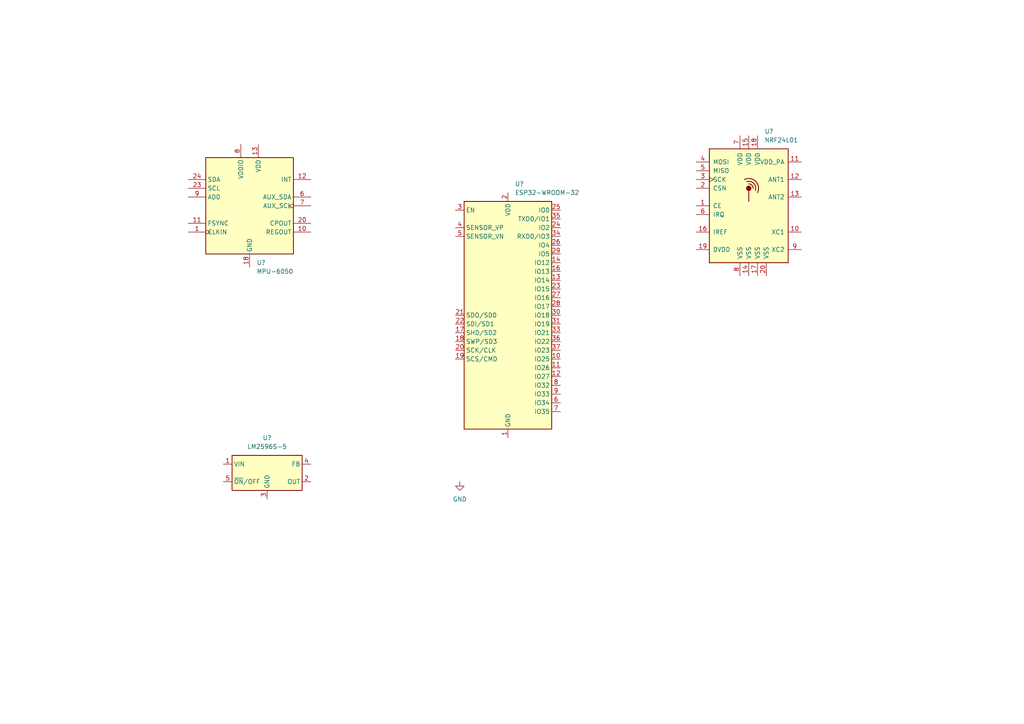
<source format=kicad_sch>
(kicad_sch (version 20211123) (generator eeschema)
  (paper "A4")
  (lib_symbols
    (symbol "RF:NRF24L01" (pin_names (offset 1.016))
      (property "Reference" "U" (at -11.43 17.78 0))
      (property "Value" "NRF24L01" (at 5.08 17.78 0))
      (symbol "NRF24L01_0_1"
        (rectangle (start -11.43 16.51) (end 11.43 -16.51) (stroke (width 0.254)) (fill (type background)))
        (polyline (pts (xy 0 4.445) (xy 0 1.27)) (stroke (width 0.254)))
        (circle (center 0 5.08) (radius 0.635) (stroke (width 0.254)) (fill (type outline)))
        (arc (start 1.27 5.08) (mid 0.9071 5.9946) (end 0 6.35) (stroke (width 0.254)))
        (arc (start 1.905 4.445) (mid 1.4313 6.5254) (end -0.635 6.985) (stroke (width 0.254)))
        (arc (start 2.54 3.81) (mid 2.008 7.088) (end -1.27 7.62) (stroke (width 0.254)))
        (rectangle (start 11.43 -13.97) (end 11.43 -13.97))
      )
      (symbol "NRF24L01_1_1"
        (pin input line (at -15.24 0 0) (length 3.81) (name "CE") (number "1"))
        (pin passive line (at 15.24 -7.62 180) (length 3.81) (name "XC1") (number "10"))
        (pin power_out line (at 15.24 12.7 180) (length 3.81) (name "VDD_PA") (number "11"))
        (pin passive line (at 15.24 7.62 180) (length 3.81) (name "ANT1") (number "12"))
        (pin passive line (at 15.24 2.54 180) (length 3.81) (name "ANT2") (number "13"))
        (pin power_in line (at 0 -20.32 90) (length 3.81) (name "VSS") (number "14"))
        (pin power_in line (at 0 20.32 270) (length 3.81) (name "VDD") (number "15"))
        (pin passive line (at -15.24 -7.62 0) (length 3.81) (name "IREF") (number "16"))
        (pin power_in line (at 2.54 -20.32 90) (length 3.81) (name "VSS") (number "17"))
        (pin power_in line (at 2.54 20.32 270) (length 3.81) (name "VDD") (number "18"))
        (pin power_out line (at -15.24 -12.7 0) (length 3.81) (name "DVDD") (number "19"))
        (pin input line (at -15.24 5.08 0) (length 3.81) (name "CSN") (number "2"))
        (pin power_in line (at 5.08 -20.32 90) (length 3.81) (name "VSS") (number "20"))
        (pin input clock (at -15.24 7.62 0) (length 3.81) (name "SCK") (number "3"))
        (pin input line (at -15.24 12.7 0) (length 3.81) (name "MOSI") (number "4"))
        (pin output line (at -15.24 10.16 0) (length 3.81) (name "MISO") (number "5"))
        (pin output line (at -15.24 -2.54 0) (length 3.81) (name "IRQ") (number "6"))
        (pin power_in line (at -2.54 20.32 270) (length 3.81) (name "VDD") (number "7"))
        (pin power_in line (at -2.54 -20.32 90) (length 3.81) (name "VSS") (number "8"))
        (pin passive line (at 15.24 -12.7 180) (length 3.81) (name "XC2") (number "9"))
      )
    )
    (symbol "RF_Module:ESP32-WROOM-32"
      (property "Reference" "U" (at -12.7 34.29 0))
      (property "Value" "ESP32-WROOM-32" (at 1.27 34.29 0))
      (symbol "ESP32-WROOM-32_0_1"
        (rectangle (start -12.7 33.02) (end 12.7 -33.02) (stroke (width 0.254)) (fill (type background)))
      )
      (symbol "ESP32-WROOM-32_1_1"
        (pin power_in line (at 0 -35.56 90) (length 2.54) (name "GND") (number "1"))
        (pin bidirectional line (at 15.24 -12.7 180) (length 2.54) (name "IO25") (number "10"))
        (pin bidirectional line (at 15.24 -15.24 180) (length 2.54) (name "IO26") (number "11"))
        (pin bidirectional line (at 15.24 -17.78 180) (length 2.54) (name "IO27") (number "12"))
        (pin bidirectional line (at 15.24 10.16 180) (length 2.54) (name "IO14") (number "13"))
        (pin bidirectional line (at 15.24 15.24 180) (length 2.54) (name "IO12") (number "14"))
        (pin passive line (at 0 -35.56 90) (length 2.54) hide (name "GND") (number "15"))
        (pin bidirectional line (at 15.24 12.7 180) (length 2.54) (name "IO13") (number "16"))
        (pin bidirectional line (at -15.24 -5.08 0) (length 2.54) (name "SHD/SD2") (number "17"))
        (pin bidirectional line (at -15.24 -7.62 0) (length 2.54) (name "SWP/SD3") (number "18"))
        (pin bidirectional line (at -15.24 -12.7 0) (length 2.54) (name "SCS/CMD") (number "19"))
        (pin power_in line (at 0 35.56 270) (length 2.54) (name "VDD") (number "2"))
        (pin bidirectional line (at -15.24 -10.16 0) (length 2.54) (name "SCK/CLK") (number "20"))
        (pin bidirectional line (at -15.24 0 0) (length 2.54) (name "SDO/SD0") (number "21"))
        (pin bidirectional line (at -15.24 -2.54 0) (length 2.54) (name "SDI/SD1") (number "22"))
        (pin bidirectional line (at 15.24 7.62 180) (length 2.54) (name "IO15") (number "23"))
        (pin bidirectional line (at 15.24 25.4 180) (length 2.54) (name "IO2") (number "24"))
        (pin bidirectional line (at 15.24 30.48 180) (length 2.54) (name "IO0") (number "25"))
        (pin bidirectional line (at 15.24 20.32 180) (length 2.54) (name "IO4") (number "26"))
        (pin bidirectional line (at 15.24 5.08 180) (length 2.54) (name "IO16") (number "27"))
        (pin bidirectional line (at 15.24 2.54 180) (length 2.54) (name "IO17") (number "28"))
        (pin bidirectional line (at 15.24 17.78 180) (length 2.54) (name "IO5") (number "29"))
        (pin input line (at -15.24 30.48 0) (length 2.54) (name "EN") (number "3"))
        (pin bidirectional line (at 15.24 0 180) (length 2.54) (name "IO18") (number "30"))
        (pin bidirectional line (at 15.24 -2.54 180) (length 2.54) (name "IO19") (number "31"))
        (pin no_connect line (at -12.7 -27.94 0) (length 2.54) hide (name "NC") (number "32"))
        (pin bidirectional line (at 15.24 -5.08 180) (length 2.54) (name "IO21") (number "33"))
        (pin bidirectional line (at 15.24 22.86 180) (length 2.54) (name "RXD0/IO3") (number "34"))
        (pin bidirectional line (at 15.24 27.94 180) (length 2.54) (name "TXD0/IO1") (number "35"))
        (pin bidirectional line (at 15.24 -7.62 180) (length 2.54) (name "IO22") (number "36"))
        (pin bidirectional line (at 15.24 -10.16 180) (length 2.54) (name "IO23") (number "37"))
        (pin passive line (at 0 -35.56 90) (length 2.54) hide (name "GND") (number "38"))
        (pin passive line (at 0 -35.56 90) (length 2.54) hide (name "GND") (number "39"))
        (pin input line (at -15.24 25.4 0) (length 2.54) (name "SENSOR_VP") (number "4"))
        (pin input line (at -15.24 22.86 0) (length 2.54) (name "SENSOR_VN") (number "5"))
        (pin input line (at 15.24 -25.4 180) (length 2.54) (name "IO34") (number "6"))
        (pin input line (at 15.24 -27.94 180) (length 2.54) (name "IO35") (number "7"))
        (pin bidirectional line (at 15.24 -20.32 180) (length 2.54) (name "IO32") (number "8"))
        (pin bidirectional line (at 15.24 -22.86 180) (length 2.54) (name "IO33") (number "9"))
      )
    )
    (symbol "Regulator_Switching:LM2596S-5"
      (property "Reference" "U" (at -10.16 6.35 0))
      (property "Value" "LM2596S-5" (at 0 6.35 0))
      (symbol "LM2596S-5_0_1"
        (rectangle (start -10.16 5.08) (end 10.16 -5.08) (stroke (width 0.254)) (fill (type background)))
      )
      (symbol "LM2596S-5_1_1"
        (pin power_in line (at -12.7 2.54 0) (length 2.54) (name "VIN") (number "1"))
        (pin output line (at 12.7 -2.54 180) (length 2.54) (name "OUT") (number "2"))
        (pin power_in line (at 0 -7.62 90) (length 2.54) (name "GND") (number "3"))
        (pin input line (at 12.7 2.54 180) (length 2.54) (name "FB") (number "4"))
        (pin input line (at -12.7 -2.54 0) (length 2.54) (name "~{ON}/OFF") (number "5"))
      )
    )
    (symbol "Sensor_Motion:MPU-6050"
      (property "Reference" "U" (at -11.43 13.97 0))
      (property "Value" "MPU-6050" (at 7.62 -15.24 0))
      (symbol "MPU-6050_0_0"
        (text "" (at 12.7 -2.54 0) (effects (font (size 1.27 1.27))))
      )
      (symbol "MPU-6050_0_1"
        (rectangle (start -12.7 13.97) (end 12.7 -13.97) (stroke (width 0.254)) (fill (type background)))
      )
      (symbol "MPU-6050_1_1"
        (pin input clock (at -17.78 -7.62 0) (length 5.08) (name "CLKIN") (number "1"))
        (pin passive line (at 17.78 -7.62 180) (length 5.08) (name "REGOUT") (number "10"))
        (pin input line (at -17.78 -5.08 0) (length 5.08) (name "FSYNC") (number "11"))
        (pin output line (at 17.78 7.62 180) (length 5.08) (name "INT") (number "12"))
        (pin power_in line (at 2.54 17.78 270) (length 3.81) (name "VDD") (number "13"))
        (pin no_connect line (at -12.7 -10.16 0) (length 2.54) hide (name "NC") (number "14"))
        (pin no_connect line (at 12.7 12.7 180) (length 2.54) hide (name "NC") (number "15"))
        (pin no_connect line (at 12.7 10.16 180) (length 2.54) hide (name "NC") (number "16"))
        (pin no_connect line (at 12.7 5.08 180) (length 2.54) hide (name "NC") (number "17"))
        (pin power_in line (at 0 -17.78 90) (length 3.81) (name "GND") (number "18"))
        (pin no_connect line (at 12.7 -10.16 180) (length 2.54) hide (name "NC") (number "19"))
        (pin no_connect line (at -12.7 12.7 0) (length 2.54) hide (name "NC") (number "2"))
        (pin passive line (at 17.78 -5.08 180) (length 5.08) (name "CPOUT") (number "20"))
        (pin no_connect line (at 12.7 -2.54 180) (length 2.54) hide (name "NC") (number "21"))
        (pin no_connect line (at 12.7 -12.7 180) (length 2.54) hide (name "NC") (number "22"))
        (pin input line (at -17.78 5.08 0) (length 5.08) (name "SCL") (number "23"))
        (pin bidirectional line (at -17.78 7.62 0) (length 5.08) (name "SDA") (number "24"))
        (pin no_connect line (at -12.7 10.16 0) (length 2.54) hide (name "NC") (number "3"))
        (pin no_connect line (at -12.7 0 0) (length 2.54) hide (name "NC") (number "4"))
        (pin no_connect line (at -12.7 -2.54 0) (length 2.54) hide (name "NC") (number "5"))
        (pin bidirectional line (at 17.78 2.54 180) (length 5.08) (name "AUX_SDA") (number "6"))
        (pin output clock (at 17.78 0 180) (length 5.08) (name "AUX_SCL") (number "7"))
        (pin power_in line (at -2.54 17.78 270) (length 3.81) (name "VDDIO") (number "8"))
        (pin input line (at -17.78 2.54 0) (length 5.08) (name "AD0") (number "9"))
      )
    )
    (symbol "power:GND" (power) (pin_names (offset 0))
      (property "Value" "GND" (at 0 -3.81 0))
      (symbol "GND_0_1"
        (polyline (pts (xy 0 0) (xy 0 -1.27) (xy 1.27 -1.27) (xy 0 -2.54) (xy -1.27 -1.27) (xy 0 -1.27)))
      )
      (symbol "GND_1_1"
        (pin power_in line (at 0 0 270) (length 0) hide (name "GND") (number "1"))
      )
    )
  )
  (symbol (lib_id "RF_Module:ESP32-WROOM-32") (at 147.32 91.44 0) (unit 1)
    (property "Reference" "U?" (at 149.3394 53.34 0) (effects (justify left)))
    (property "Value" "ESP32-WROOM-32" (at 149.3394 55.88 0) (effects (justify left)))
    (property "Footprint" "RF_Module:ESP32-WROOM-32" (effects hide))
    (property "Datasheet" "https://www.espressif.com/sites/default/files/documentation/esp32-wroom-32_datasheet_en.pdf" (effects hide))
  )
  (symbol (lib_id "Regulator_Switching:LM2596S-5") (at 77.47 137.16 0) (unit 1)
    (property "Reference" "U?" (at 77.47 127 0))
    (property "Value" "LM2596S-5" (at 77.47 129.54 0))
    (property "Footprint" "Package_TO_SOT_SMD:TO-263-5_TabPin3" (effects hide))
    (property "Datasheet" "http://www.ti.com/lit/ds/symlink/lm2596.pdf" (effects hide))
  )
  (symbol (lib_id "Sensor_Motion:MPU-6050") (at 72.39 59.69 0) (unit 1)
    (property "Reference" "U?" (at 74.4094 76.2 0) (effects (justify left)))
    (property "Value" "MPU-6050" (at 74.4094 78.74 0) (effects (justify left)))
    (property "Footprint" "Sensor_Motion:InvenSense_QFN-24_4x4mm_P0.5mm" (effects hide))
    (property "Datasheet" "https://store.invensense.com/datasheets/invensense/MPU-6050_DataSheet_V3%204.pdf" (effects hide))
  )
  (symbol (lib_id "RF:NRF24L01") (at 217.17 59.69 0) (unit 1)
    (property "Reference" "U?" (at 221.7294 38.1 0) (effects (justify left)))
    (property "Value" "NRF24L01" (at 221.7294 40.64 0) (effects (justify left)))
    (property "Footprint" "Package_DFN_QFN:QFN-20-1EP_4x4mm_P0.5mm_EP2.5x2.5mm" (effects hide))
    (property "Datasheet" "http://www.nordicsemi.com/eng/content/download/2730/34105/file/nRF24L01_Product_Specification_v2_0.pdf" (effects hide))
  )
  (symbol (lib_id "power:GND") (at 133.35 139.7 0) (unit 1)
    (property "Reference" "#PWR?" (effects hide))
    (property "Value" "GND" (at 133.35 144.78 0))
  )
)
</source>
